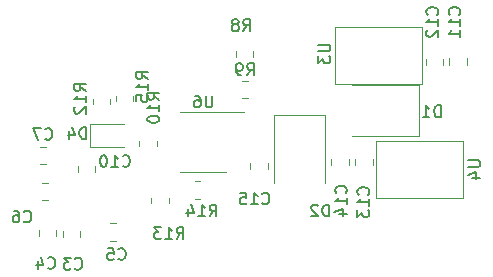
<source format=gbr>
%TF.GenerationSoftware,KiCad,Pcbnew,(5.1.10)-1*%
%TF.CreationDate,2022-02-15T22:18:45-08:00*%
%TF.ProjectId,schematic,73636865-6d61-4746-9963-2e6b69636164,rev?*%
%TF.SameCoordinates,Original*%
%TF.FileFunction,Legend,Bot*%
%TF.FilePolarity,Positive*%
%FSLAX46Y46*%
G04 Gerber Fmt 4.6, Leading zero omitted, Abs format (unit mm)*
G04 Created by KiCad (PCBNEW (5.1.10)-1) date 2022-02-15 22:18:45*
%MOMM*%
%LPD*%
G01*
G04 APERTURE LIST*
%ADD10C,0.120000*%
%ADD11C,0.150000*%
G04 APERTURE END LIST*
D10*
%TO.C,D1*%
X169548000Y-68462000D02*
X169548000Y-72762000D01*
X169548000Y-72762000D02*
X163848000Y-72762000D01*
X169548000Y-68462000D02*
X163848000Y-68462000D01*
%TO.C,D2*%
X157235000Y-70999000D02*
X161535000Y-70999000D01*
X161535000Y-70999000D02*
X161535000Y-76699000D01*
X157235000Y-70999000D02*
X157235000Y-76699000D01*
%TO.C,D4*%
X144501000Y-73654800D02*
X141641000Y-73654800D01*
X141641000Y-73654800D02*
X141641000Y-71734800D01*
X141641000Y-71734800D02*
X144501000Y-71734800D01*
%TO.C,U6*%
X151257000Y-75839000D02*
X149307000Y-75839000D01*
X151257000Y-75839000D02*
X153207000Y-75839000D01*
X151257000Y-70719000D02*
X149307000Y-70719000D01*
X151257000Y-70719000D02*
X154707000Y-70719000D01*
%TO.C,U4*%
X173228000Y-77978000D02*
X173228000Y-73152000D01*
X165862000Y-77978000D02*
X173228000Y-77978000D01*
X165862000Y-73152000D02*
X165862000Y-77978000D01*
X173228000Y-73152000D02*
X165862000Y-73152000D01*
%TO.C,U3*%
X162433000Y-63500000D02*
X162433000Y-68326000D01*
X169799000Y-63500000D02*
X162433000Y-63500000D01*
X169799000Y-68326000D02*
X169799000Y-63500000D01*
X162433000Y-68326000D02*
X169799000Y-68326000D01*
%TO.C,R15*%
X143841800Y-69352936D02*
X143841800Y-69807064D01*
X145311800Y-69352936D02*
X145311800Y-69807064D01*
%TO.C,R14*%
X150505936Y-78078000D02*
X150960064Y-78078000D01*
X150505936Y-76608000D02*
X150960064Y-76608000D01*
%TO.C,R13*%
X148309000Y-78443064D02*
X148309000Y-77988936D01*
X146839000Y-78443064D02*
X146839000Y-77988936D01*
%TO.C,R12*%
X143356000Y-70061064D02*
X143356000Y-69606936D01*
X141886000Y-70061064D02*
X141886000Y-69606936D01*
%TO.C,R10*%
X145823000Y-73162936D02*
X145823000Y-73617064D01*
X147293000Y-73162936D02*
X147293000Y-73617064D01*
%TO.C,R9*%
X155052752Y-68099000D02*
X154530248Y-68099000D01*
X155052752Y-69569000D02*
X154530248Y-69569000D01*
%TO.C,R8*%
X155446400Y-66076552D02*
X155446400Y-65554048D01*
X153976400Y-66076552D02*
X153976400Y-65554048D01*
%TO.C,C15*%
X155221000Y-75071248D02*
X155221000Y-75593752D01*
X156691000Y-75071248D02*
X156691000Y-75593752D01*
%TO.C,C14*%
X162079000Y-74690248D02*
X162079000Y-75212752D01*
X163549000Y-74690248D02*
X163549000Y-75212752D01*
%TO.C,C13*%
X164111000Y-74690248D02*
X164111000Y-75212752D01*
X165581000Y-74690248D02*
X165581000Y-75212752D01*
%TO.C,C12*%
X171550000Y-66787752D02*
X171550000Y-66265248D01*
X170080000Y-66787752D02*
X170080000Y-66265248D01*
%TO.C,C11*%
X173556600Y-66707652D02*
X173556600Y-66185148D01*
X172086600Y-66707652D02*
X172086600Y-66185148D01*
%TO.C,C10*%
X142086000Y-75804752D02*
X142086000Y-75282248D01*
X140616000Y-75804752D02*
X140616000Y-75282248D01*
%TO.C,C7*%
X137428248Y-75157000D02*
X137950752Y-75157000D01*
X137428248Y-73687000D02*
X137950752Y-73687000D01*
%TO.C,C6*%
X138077752Y-76735000D02*
X137555248Y-76735000D01*
X138077752Y-78205000D02*
X137555248Y-78205000D01*
%TO.C,C5*%
X143354248Y-81634000D02*
X143876752Y-81634000D01*
X143354248Y-80164000D02*
X143876752Y-80164000D01*
%TO.C,C4*%
X138784000Y-81265752D02*
X138784000Y-80743248D01*
X137314000Y-81265752D02*
X137314000Y-80743248D01*
%TO.C,C3*%
X139346000Y-80786248D02*
X139346000Y-81308752D01*
X140816000Y-80786248D02*
X140816000Y-81308752D01*
%TO.C,D1*%
D11*
X171349895Y-71165980D02*
X171349895Y-70165980D01*
X171111800Y-70165980D01*
X170968942Y-70213600D01*
X170873704Y-70308838D01*
X170826085Y-70404076D01*
X170778466Y-70594552D01*
X170778466Y-70737409D01*
X170826085Y-70927885D01*
X170873704Y-71023123D01*
X170968942Y-71118361D01*
X171111800Y-71165980D01*
X171349895Y-71165980D01*
X169826085Y-71165980D02*
X170397514Y-71165980D01*
X170111800Y-71165980D02*
X170111800Y-70165980D01*
X170207038Y-70308838D01*
X170302276Y-70404076D01*
X170397514Y-70451695D01*
%TO.C,D2*%
X161901095Y-79573380D02*
X161901095Y-78573380D01*
X161663000Y-78573380D01*
X161520142Y-78621000D01*
X161424904Y-78716238D01*
X161377285Y-78811476D01*
X161329666Y-79001952D01*
X161329666Y-79144809D01*
X161377285Y-79335285D01*
X161424904Y-79430523D01*
X161520142Y-79525761D01*
X161663000Y-79573380D01*
X161901095Y-79573380D01*
X160948714Y-78668619D02*
X160901095Y-78621000D01*
X160805857Y-78573380D01*
X160567761Y-78573380D01*
X160472523Y-78621000D01*
X160424904Y-78668619D01*
X160377285Y-78763857D01*
X160377285Y-78859095D01*
X160424904Y-79001952D01*
X160996333Y-79573380D01*
X160377285Y-79573380D01*
%TO.C,D4*%
X141327095Y-73020180D02*
X141327095Y-72020180D01*
X141089000Y-72020180D01*
X140946142Y-72067800D01*
X140850904Y-72163038D01*
X140803285Y-72258276D01*
X140755666Y-72448752D01*
X140755666Y-72591609D01*
X140803285Y-72782085D01*
X140850904Y-72877323D01*
X140946142Y-72972561D01*
X141089000Y-73020180D01*
X141327095Y-73020180D01*
X139898523Y-72353514D02*
X139898523Y-73020180D01*
X140136619Y-71972561D02*
X140374714Y-72686847D01*
X139755666Y-72686847D01*
%TO.C,U6*%
X152018904Y-69331380D02*
X152018904Y-70140904D01*
X151971285Y-70236142D01*
X151923666Y-70283761D01*
X151828428Y-70331380D01*
X151637952Y-70331380D01*
X151542714Y-70283761D01*
X151495095Y-70236142D01*
X151447476Y-70140904D01*
X151447476Y-69331380D01*
X150542714Y-69331380D02*
X150733190Y-69331380D01*
X150828428Y-69379000D01*
X150876047Y-69426619D01*
X150971285Y-69569476D01*
X151018904Y-69759952D01*
X151018904Y-70140904D01*
X150971285Y-70236142D01*
X150923666Y-70283761D01*
X150828428Y-70331380D01*
X150637952Y-70331380D01*
X150542714Y-70283761D01*
X150495095Y-70236142D01*
X150447476Y-70140904D01*
X150447476Y-69902809D01*
X150495095Y-69807571D01*
X150542714Y-69759952D01*
X150637952Y-69712333D01*
X150828428Y-69712333D01*
X150923666Y-69759952D01*
X150971285Y-69807571D01*
X151018904Y-69902809D01*
%TO.C,U4*%
X173696380Y-74803095D02*
X174505904Y-74803095D01*
X174601142Y-74850714D01*
X174648761Y-74898333D01*
X174696380Y-74993571D01*
X174696380Y-75184047D01*
X174648761Y-75279285D01*
X174601142Y-75326904D01*
X174505904Y-75374523D01*
X173696380Y-75374523D01*
X174029714Y-76279285D02*
X174696380Y-76279285D01*
X173648761Y-76041190D02*
X174363047Y-75803095D01*
X174363047Y-76422142D01*
%TO.C,U3*%
X160996380Y-65024095D02*
X161805904Y-65024095D01*
X161901142Y-65071714D01*
X161948761Y-65119333D01*
X161996380Y-65214571D01*
X161996380Y-65405047D01*
X161948761Y-65500285D01*
X161901142Y-65547904D01*
X161805904Y-65595523D01*
X160996380Y-65595523D01*
X160996380Y-65976476D02*
X160996380Y-66595523D01*
X161377333Y-66262190D01*
X161377333Y-66405047D01*
X161424952Y-66500285D01*
X161472571Y-66547904D01*
X161567809Y-66595523D01*
X161805904Y-66595523D01*
X161901142Y-66547904D01*
X161948761Y-66500285D01*
X161996380Y-66405047D01*
X161996380Y-66119333D01*
X161948761Y-66024095D01*
X161901142Y-65976476D01*
%TO.C,R15*%
X146553180Y-67937142D02*
X146076990Y-67603809D01*
X146553180Y-67365714D02*
X145553180Y-67365714D01*
X145553180Y-67746666D01*
X145600800Y-67841904D01*
X145648419Y-67889523D01*
X145743657Y-67937142D01*
X145886514Y-67937142D01*
X145981752Y-67889523D01*
X146029371Y-67841904D01*
X146076990Y-67746666D01*
X146076990Y-67365714D01*
X146553180Y-68889523D02*
X146553180Y-68318095D01*
X146553180Y-68603809D02*
X145553180Y-68603809D01*
X145696038Y-68508571D01*
X145791276Y-68413333D01*
X145838895Y-68318095D01*
X145553180Y-69794285D02*
X145553180Y-69318095D01*
X146029371Y-69270476D01*
X145981752Y-69318095D01*
X145934133Y-69413333D01*
X145934133Y-69651428D01*
X145981752Y-69746666D01*
X146029371Y-69794285D01*
X146124609Y-69841904D01*
X146362704Y-69841904D01*
X146457942Y-69794285D01*
X146505561Y-69746666D01*
X146553180Y-69651428D01*
X146553180Y-69413333D01*
X146505561Y-69318095D01*
X146457942Y-69270476D01*
%TO.C,R14*%
X151772857Y-79573380D02*
X152106190Y-79097190D01*
X152344285Y-79573380D02*
X152344285Y-78573380D01*
X151963333Y-78573380D01*
X151868095Y-78621000D01*
X151820476Y-78668619D01*
X151772857Y-78763857D01*
X151772857Y-78906714D01*
X151820476Y-79001952D01*
X151868095Y-79049571D01*
X151963333Y-79097190D01*
X152344285Y-79097190D01*
X150820476Y-79573380D02*
X151391904Y-79573380D01*
X151106190Y-79573380D02*
X151106190Y-78573380D01*
X151201428Y-78716238D01*
X151296666Y-78811476D01*
X151391904Y-78859095D01*
X149963333Y-78906714D02*
X149963333Y-79573380D01*
X150201428Y-78525761D02*
X150439523Y-79240047D01*
X149820476Y-79240047D01*
%TO.C,R13*%
X148978857Y-81478380D02*
X149312190Y-81002190D01*
X149550285Y-81478380D02*
X149550285Y-80478380D01*
X149169333Y-80478380D01*
X149074095Y-80526000D01*
X149026476Y-80573619D01*
X148978857Y-80668857D01*
X148978857Y-80811714D01*
X149026476Y-80906952D01*
X149074095Y-80954571D01*
X149169333Y-81002190D01*
X149550285Y-81002190D01*
X148026476Y-81478380D02*
X148597904Y-81478380D01*
X148312190Y-81478380D02*
X148312190Y-80478380D01*
X148407428Y-80621238D01*
X148502666Y-80716476D01*
X148597904Y-80764095D01*
X147693142Y-80478380D02*
X147074095Y-80478380D01*
X147407428Y-80859333D01*
X147264571Y-80859333D01*
X147169333Y-80906952D01*
X147121714Y-80954571D01*
X147074095Y-81049809D01*
X147074095Y-81287904D01*
X147121714Y-81383142D01*
X147169333Y-81430761D01*
X147264571Y-81478380D01*
X147550285Y-81478380D01*
X147645523Y-81430761D01*
X147693142Y-81383142D01*
%TO.C,R12*%
X141295380Y-68953142D02*
X140819190Y-68619809D01*
X141295380Y-68381714D02*
X140295380Y-68381714D01*
X140295380Y-68762666D01*
X140343000Y-68857904D01*
X140390619Y-68905523D01*
X140485857Y-68953142D01*
X140628714Y-68953142D01*
X140723952Y-68905523D01*
X140771571Y-68857904D01*
X140819190Y-68762666D01*
X140819190Y-68381714D01*
X141295380Y-69905523D02*
X141295380Y-69334095D01*
X141295380Y-69619809D02*
X140295380Y-69619809D01*
X140438238Y-69524571D01*
X140533476Y-69429333D01*
X140581095Y-69334095D01*
X140390619Y-70286476D02*
X140343000Y-70334095D01*
X140295380Y-70429333D01*
X140295380Y-70667428D01*
X140343000Y-70762666D01*
X140390619Y-70810285D01*
X140485857Y-70857904D01*
X140581095Y-70857904D01*
X140723952Y-70810285D01*
X141295380Y-70238857D01*
X141295380Y-70857904D01*
%TO.C,R10*%
X147518380Y-69715142D02*
X147042190Y-69381809D01*
X147518380Y-69143714D02*
X146518380Y-69143714D01*
X146518380Y-69524666D01*
X146566000Y-69619904D01*
X146613619Y-69667523D01*
X146708857Y-69715142D01*
X146851714Y-69715142D01*
X146946952Y-69667523D01*
X146994571Y-69619904D01*
X147042190Y-69524666D01*
X147042190Y-69143714D01*
X147518380Y-70667523D02*
X147518380Y-70096095D01*
X147518380Y-70381809D02*
X146518380Y-70381809D01*
X146661238Y-70286571D01*
X146756476Y-70191333D01*
X146804095Y-70096095D01*
X146518380Y-71286571D02*
X146518380Y-71381809D01*
X146566000Y-71477047D01*
X146613619Y-71524666D01*
X146708857Y-71572285D01*
X146899333Y-71619904D01*
X147137428Y-71619904D01*
X147327904Y-71572285D01*
X147423142Y-71524666D01*
X147470761Y-71477047D01*
X147518380Y-71381809D01*
X147518380Y-71286571D01*
X147470761Y-71191333D01*
X147423142Y-71143714D01*
X147327904Y-71096095D01*
X147137428Y-71048476D01*
X146899333Y-71048476D01*
X146708857Y-71096095D01*
X146613619Y-71143714D01*
X146566000Y-71191333D01*
X146518380Y-71286571D01*
%TO.C,R9*%
X154958166Y-67606380D02*
X155291500Y-67130190D01*
X155529595Y-67606380D02*
X155529595Y-66606380D01*
X155148642Y-66606380D01*
X155053404Y-66654000D01*
X155005785Y-66701619D01*
X154958166Y-66796857D01*
X154958166Y-66939714D01*
X155005785Y-67034952D01*
X155053404Y-67082571D01*
X155148642Y-67130190D01*
X155529595Y-67130190D01*
X154481976Y-67606380D02*
X154291500Y-67606380D01*
X154196261Y-67558761D01*
X154148642Y-67511142D01*
X154053404Y-67368285D01*
X154005785Y-67177809D01*
X154005785Y-66796857D01*
X154053404Y-66701619D01*
X154101023Y-66654000D01*
X154196261Y-66606380D01*
X154386738Y-66606380D01*
X154481976Y-66654000D01*
X154529595Y-66701619D01*
X154577214Y-66796857D01*
X154577214Y-67034952D01*
X154529595Y-67130190D01*
X154481976Y-67177809D01*
X154386738Y-67225428D01*
X154196261Y-67225428D01*
X154101023Y-67177809D01*
X154053404Y-67130190D01*
X154005785Y-67034952D01*
%TO.C,R8*%
X154624066Y-63876180D02*
X154957400Y-63399990D01*
X155195495Y-63876180D02*
X155195495Y-62876180D01*
X154814542Y-62876180D01*
X154719304Y-62923800D01*
X154671685Y-62971419D01*
X154624066Y-63066657D01*
X154624066Y-63209514D01*
X154671685Y-63304752D01*
X154719304Y-63352371D01*
X154814542Y-63399990D01*
X155195495Y-63399990D01*
X154052638Y-63304752D02*
X154147876Y-63257133D01*
X154195495Y-63209514D01*
X154243114Y-63114276D01*
X154243114Y-63066657D01*
X154195495Y-62971419D01*
X154147876Y-62923800D01*
X154052638Y-62876180D01*
X153862161Y-62876180D01*
X153766923Y-62923800D01*
X153719304Y-62971419D01*
X153671685Y-63066657D01*
X153671685Y-63114276D01*
X153719304Y-63209514D01*
X153766923Y-63257133D01*
X153862161Y-63304752D01*
X154052638Y-63304752D01*
X154147876Y-63352371D01*
X154195495Y-63399990D01*
X154243114Y-63495228D01*
X154243114Y-63685704D01*
X154195495Y-63780942D01*
X154147876Y-63828561D01*
X154052638Y-63876180D01*
X153862161Y-63876180D01*
X153766923Y-63828561D01*
X153719304Y-63780942D01*
X153671685Y-63685704D01*
X153671685Y-63495228D01*
X153719304Y-63399990D01*
X153766923Y-63352371D01*
X153862161Y-63304752D01*
%TO.C,C15*%
X156217857Y-78462142D02*
X156265476Y-78509761D01*
X156408333Y-78557380D01*
X156503571Y-78557380D01*
X156646428Y-78509761D01*
X156741666Y-78414523D01*
X156789285Y-78319285D01*
X156836904Y-78128809D01*
X156836904Y-77985952D01*
X156789285Y-77795476D01*
X156741666Y-77700238D01*
X156646428Y-77605000D01*
X156503571Y-77557380D01*
X156408333Y-77557380D01*
X156265476Y-77605000D01*
X156217857Y-77652619D01*
X155265476Y-78557380D02*
X155836904Y-78557380D01*
X155551190Y-78557380D02*
X155551190Y-77557380D01*
X155646428Y-77700238D01*
X155741666Y-77795476D01*
X155836904Y-77843095D01*
X154360714Y-77557380D02*
X154836904Y-77557380D01*
X154884523Y-78033571D01*
X154836904Y-77985952D01*
X154741666Y-77938333D01*
X154503571Y-77938333D01*
X154408333Y-77985952D01*
X154360714Y-78033571D01*
X154313095Y-78128809D01*
X154313095Y-78366904D01*
X154360714Y-78462142D01*
X154408333Y-78509761D01*
X154503571Y-78557380D01*
X154741666Y-78557380D01*
X154836904Y-78509761D01*
X154884523Y-78462142D01*
%TO.C,C14*%
X163298142Y-77589142D02*
X163345761Y-77541523D01*
X163393380Y-77398666D01*
X163393380Y-77303428D01*
X163345761Y-77160571D01*
X163250523Y-77065333D01*
X163155285Y-77017714D01*
X162964809Y-76970095D01*
X162821952Y-76970095D01*
X162631476Y-77017714D01*
X162536238Y-77065333D01*
X162441000Y-77160571D01*
X162393380Y-77303428D01*
X162393380Y-77398666D01*
X162441000Y-77541523D01*
X162488619Y-77589142D01*
X163393380Y-78541523D02*
X163393380Y-77970095D01*
X163393380Y-78255809D02*
X162393380Y-78255809D01*
X162536238Y-78160571D01*
X162631476Y-78065333D01*
X162679095Y-77970095D01*
X162726714Y-79398666D02*
X163393380Y-79398666D01*
X162345761Y-79160571D02*
X163060047Y-78922476D01*
X163060047Y-79541523D01*
%TO.C,C13*%
X165203142Y-77716142D02*
X165250761Y-77668523D01*
X165298380Y-77525666D01*
X165298380Y-77430428D01*
X165250761Y-77287571D01*
X165155523Y-77192333D01*
X165060285Y-77144714D01*
X164869809Y-77097095D01*
X164726952Y-77097095D01*
X164536476Y-77144714D01*
X164441238Y-77192333D01*
X164346000Y-77287571D01*
X164298380Y-77430428D01*
X164298380Y-77525666D01*
X164346000Y-77668523D01*
X164393619Y-77716142D01*
X165298380Y-78668523D02*
X165298380Y-78097095D01*
X165298380Y-78382809D02*
X164298380Y-78382809D01*
X164441238Y-78287571D01*
X164536476Y-78192333D01*
X164584095Y-78097095D01*
X164298380Y-79001857D02*
X164298380Y-79620904D01*
X164679333Y-79287571D01*
X164679333Y-79430428D01*
X164726952Y-79525666D01*
X164774571Y-79573285D01*
X164869809Y-79620904D01*
X165107904Y-79620904D01*
X165203142Y-79573285D01*
X165250761Y-79525666D01*
X165298380Y-79430428D01*
X165298380Y-79144714D01*
X165250761Y-79049476D01*
X165203142Y-79001857D01*
%TO.C,C12*%
X171045142Y-62476142D02*
X171092761Y-62428523D01*
X171140380Y-62285666D01*
X171140380Y-62190428D01*
X171092761Y-62047571D01*
X170997523Y-61952333D01*
X170902285Y-61904714D01*
X170711809Y-61857095D01*
X170568952Y-61857095D01*
X170378476Y-61904714D01*
X170283238Y-61952333D01*
X170188000Y-62047571D01*
X170140380Y-62190428D01*
X170140380Y-62285666D01*
X170188000Y-62428523D01*
X170235619Y-62476142D01*
X171140380Y-63428523D02*
X171140380Y-62857095D01*
X171140380Y-63142809D02*
X170140380Y-63142809D01*
X170283238Y-63047571D01*
X170378476Y-62952333D01*
X170426095Y-62857095D01*
X170235619Y-63809476D02*
X170188000Y-63857095D01*
X170140380Y-63952333D01*
X170140380Y-64190428D01*
X170188000Y-64285666D01*
X170235619Y-64333285D01*
X170330857Y-64380904D01*
X170426095Y-64380904D01*
X170568952Y-64333285D01*
X171140380Y-63761857D01*
X171140380Y-64380904D01*
%TO.C,C11*%
X172924742Y-62480042D02*
X172972361Y-62432423D01*
X173019980Y-62289566D01*
X173019980Y-62194328D01*
X172972361Y-62051471D01*
X172877123Y-61956233D01*
X172781885Y-61908614D01*
X172591409Y-61860995D01*
X172448552Y-61860995D01*
X172258076Y-61908614D01*
X172162838Y-61956233D01*
X172067600Y-62051471D01*
X172019980Y-62194328D01*
X172019980Y-62289566D01*
X172067600Y-62432423D01*
X172115219Y-62480042D01*
X173019980Y-63432423D02*
X173019980Y-62860995D01*
X173019980Y-63146709D02*
X172019980Y-63146709D01*
X172162838Y-63051471D01*
X172258076Y-62956233D01*
X172305695Y-62860995D01*
X173019980Y-64384804D02*
X173019980Y-63813376D01*
X173019980Y-64099090D02*
X172019980Y-64099090D01*
X172162838Y-64003852D01*
X172258076Y-63908614D01*
X172305695Y-63813376D01*
%TO.C,C10*%
X144406857Y-75287142D02*
X144454476Y-75334761D01*
X144597333Y-75382380D01*
X144692571Y-75382380D01*
X144835428Y-75334761D01*
X144930666Y-75239523D01*
X144978285Y-75144285D01*
X145025904Y-74953809D01*
X145025904Y-74810952D01*
X144978285Y-74620476D01*
X144930666Y-74525238D01*
X144835428Y-74430000D01*
X144692571Y-74382380D01*
X144597333Y-74382380D01*
X144454476Y-74430000D01*
X144406857Y-74477619D01*
X143454476Y-75382380D02*
X144025904Y-75382380D01*
X143740190Y-75382380D02*
X143740190Y-74382380D01*
X143835428Y-74525238D01*
X143930666Y-74620476D01*
X144025904Y-74668095D01*
X142835428Y-74382380D02*
X142740190Y-74382380D01*
X142644952Y-74430000D01*
X142597333Y-74477619D01*
X142549714Y-74572857D01*
X142502095Y-74763333D01*
X142502095Y-75001428D01*
X142549714Y-75191904D01*
X142597333Y-75287142D01*
X142644952Y-75334761D01*
X142740190Y-75382380D01*
X142835428Y-75382380D01*
X142930666Y-75334761D01*
X142978285Y-75287142D01*
X143025904Y-75191904D01*
X143073523Y-75001428D01*
X143073523Y-74763333D01*
X143025904Y-74572857D01*
X142978285Y-74477619D01*
X142930666Y-74430000D01*
X142835428Y-74382380D01*
%TO.C,C7*%
X137856166Y-73001142D02*
X137903785Y-73048761D01*
X138046642Y-73096380D01*
X138141880Y-73096380D01*
X138284738Y-73048761D01*
X138379976Y-72953523D01*
X138427595Y-72858285D01*
X138475214Y-72667809D01*
X138475214Y-72524952D01*
X138427595Y-72334476D01*
X138379976Y-72239238D01*
X138284738Y-72144000D01*
X138141880Y-72096380D01*
X138046642Y-72096380D01*
X137903785Y-72144000D01*
X137856166Y-72191619D01*
X137522833Y-72096380D02*
X136856166Y-72096380D01*
X137284738Y-73096380D01*
%TO.C,C6*%
X136056666Y-79986142D02*
X136104285Y-80033761D01*
X136247142Y-80081380D01*
X136342380Y-80081380D01*
X136485238Y-80033761D01*
X136580476Y-79938523D01*
X136628095Y-79843285D01*
X136675714Y-79652809D01*
X136675714Y-79509952D01*
X136628095Y-79319476D01*
X136580476Y-79224238D01*
X136485238Y-79129000D01*
X136342380Y-79081380D01*
X136247142Y-79081380D01*
X136104285Y-79129000D01*
X136056666Y-79176619D01*
X135199523Y-79081380D02*
X135390000Y-79081380D01*
X135485238Y-79129000D01*
X135532857Y-79176619D01*
X135628095Y-79319476D01*
X135675714Y-79509952D01*
X135675714Y-79890904D01*
X135628095Y-79986142D01*
X135580476Y-80033761D01*
X135485238Y-80081380D01*
X135294761Y-80081380D01*
X135199523Y-80033761D01*
X135151904Y-79986142D01*
X135104285Y-79890904D01*
X135104285Y-79652809D01*
X135151904Y-79557571D01*
X135199523Y-79509952D01*
X135294761Y-79462333D01*
X135485238Y-79462333D01*
X135580476Y-79509952D01*
X135628095Y-79557571D01*
X135675714Y-79652809D01*
%TO.C,C5*%
X144057666Y-83161142D02*
X144105285Y-83208761D01*
X144248142Y-83256380D01*
X144343380Y-83256380D01*
X144486238Y-83208761D01*
X144581476Y-83113523D01*
X144629095Y-83018285D01*
X144676714Y-82827809D01*
X144676714Y-82684952D01*
X144629095Y-82494476D01*
X144581476Y-82399238D01*
X144486238Y-82304000D01*
X144343380Y-82256380D01*
X144248142Y-82256380D01*
X144105285Y-82304000D01*
X144057666Y-82351619D01*
X143152904Y-82256380D02*
X143629095Y-82256380D01*
X143676714Y-82732571D01*
X143629095Y-82684952D01*
X143533857Y-82637333D01*
X143295761Y-82637333D01*
X143200523Y-82684952D01*
X143152904Y-82732571D01*
X143105285Y-82827809D01*
X143105285Y-83065904D01*
X143152904Y-83161142D01*
X143200523Y-83208761D01*
X143295761Y-83256380D01*
X143533857Y-83256380D01*
X143629095Y-83208761D01*
X143676714Y-83161142D01*
%TO.C,C4*%
X138088666Y-83923142D02*
X138136285Y-83970761D01*
X138279142Y-84018380D01*
X138374380Y-84018380D01*
X138517238Y-83970761D01*
X138612476Y-83875523D01*
X138660095Y-83780285D01*
X138707714Y-83589809D01*
X138707714Y-83446952D01*
X138660095Y-83256476D01*
X138612476Y-83161238D01*
X138517238Y-83066000D01*
X138374380Y-83018380D01*
X138279142Y-83018380D01*
X138136285Y-83066000D01*
X138088666Y-83113619D01*
X137231523Y-83351714D02*
X137231523Y-84018380D01*
X137469619Y-82970761D02*
X137707714Y-83685047D01*
X137088666Y-83685047D01*
%TO.C,C3*%
X140374666Y-83966142D02*
X140422285Y-84013761D01*
X140565142Y-84061380D01*
X140660380Y-84061380D01*
X140803238Y-84013761D01*
X140898476Y-83918523D01*
X140946095Y-83823285D01*
X140993714Y-83632809D01*
X140993714Y-83489952D01*
X140946095Y-83299476D01*
X140898476Y-83204238D01*
X140803238Y-83109000D01*
X140660380Y-83061380D01*
X140565142Y-83061380D01*
X140422285Y-83109000D01*
X140374666Y-83156619D01*
X140041333Y-83061380D02*
X139422285Y-83061380D01*
X139755619Y-83442333D01*
X139612761Y-83442333D01*
X139517523Y-83489952D01*
X139469904Y-83537571D01*
X139422285Y-83632809D01*
X139422285Y-83870904D01*
X139469904Y-83966142D01*
X139517523Y-84013761D01*
X139612761Y-84061380D01*
X139898476Y-84061380D01*
X139993714Y-84013761D01*
X140041333Y-83966142D01*
%TD*%
M02*

</source>
